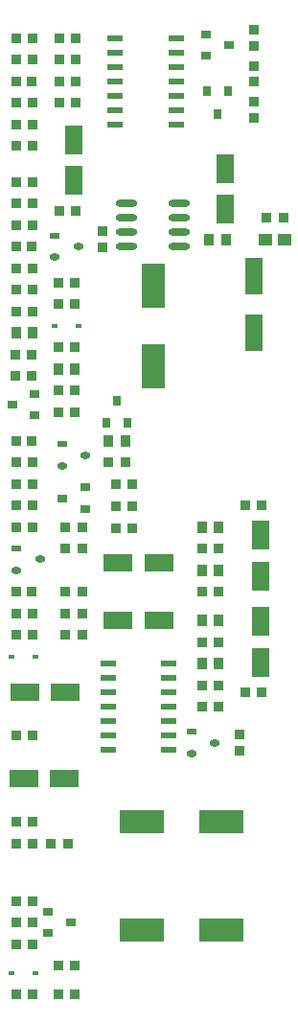
<source format=gtp>
G04*
G04 #@! TF.GenerationSoftware,Altium Limited,Altium Designer,26.1.1 (7)*
G04*
G04 Layer_Color=8421504*
%FSLAX44Y44*%
%MOMM*%
G71*
G04*
G04 #@! TF.SameCoordinates,EB2907C1-7D21-4337-B9BB-DC35DB918FC6*
G04*
G04*
G04 #@! TF.FilePolarity,Positive*
G04*
G01*
G75*
%ADD14R,0.9500X1.0500*%
%ADD15R,0.8500X0.9500*%
%ADD16R,0.9500X0.8500*%
%ADD17R,0.9581X0.9121*%
%ADD18R,0.9041X0.6306*%
G04:AMPARAMS|DCode=19|XSize=0.9041mm|YSize=0.6306mm|CornerRadius=0.3153mm|HoleSize=0mm|Usage=FLASHONLY|Rotation=0.000|XOffset=0mm|YOffset=0mm|HoleType=Round|Shape=RoundedRectangle|*
%AMROUNDEDRECTD19*
21,1,0.9041,0.0000,0,0,0.0*
21,1,0.2735,0.6306,0,0,0.0*
1,1,0.6306,0.1368,0.0000*
1,1,0.6306,-0.1368,0.0000*
1,1,0.6306,-0.1368,0.0000*
1,1,0.6306,0.1368,0.0000*
%
%ADD19ROUNDEDRECTD19*%
%ADD20R,1.6000X2.6000*%
%ADD21R,2.6000X1.6000*%
%ADD22R,0.5900X0.4500*%
%ADD23R,4.0000X2.0000*%
%ADD24R,0.8000X0.9000*%
%ADD25R,0.9000X0.8000*%
%ADD26R,0.9121X0.9581*%
%ADD27R,2.0000X4.0000*%
%ADD28R,1.6000X3.2000*%
%ADD29R,1.1581X1.0121*%
%ADD30R,1.3500X0.6000*%
%ADD31O,1.9000X0.6000*%
D14*
X293000Y323850D02*
D03*
X278500D02*
D03*
X195950Y520700D02*
D03*
X210450D02*
D03*
X128800Y615950D02*
D03*
X114300D02*
D03*
X278500Y406400D02*
D03*
X293000D02*
D03*
X166000Y584200D02*
D03*
X151500D02*
D03*
X293000Y444500D02*
D03*
X278500D02*
D03*
X293000Y361950D02*
D03*
X278500D02*
D03*
X284850Y698500D02*
D03*
X299350D02*
D03*
D15*
X127400Y838200D02*
D03*
X113900D02*
D03*
X127800Y692150D02*
D03*
X114300D02*
D03*
X127800Y387350D02*
D03*
X114300D02*
D03*
X127400Y520700D02*
D03*
X113900D02*
D03*
D16*
X323850Y837800D02*
D03*
Y851300D02*
D03*
D17*
X316580Y298450D02*
D03*
X331120D02*
D03*
X293020Y285750D02*
D03*
X278480D02*
D03*
Y304800D02*
D03*
X293020D02*
D03*
X166940Y819150D02*
D03*
X152400D02*
D03*
X278480Y425450D02*
D03*
X293020D02*
D03*
X128840Y368300D02*
D03*
X114300D02*
D03*
Y711200D02*
D03*
X128840D02*
D03*
X152400Y723900D02*
D03*
X166940D02*
D03*
X128840Y857250D02*
D03*
X114300D02*
D03*
X152400Y838200D02*
D03*
X166940D02*
D03*
X128840Y444500D02*
D03*
X114300D02*
D03*
X166020Y641350D02*
D03*
X151480D02*
D03*
X166020Y660400D02*
D03*
X151480D02*
D03*
X114300Y654050D02*
D03*
X128840D02*
D03*
X114300Y635000D02*
D03*
X128840D02*
D03*
X114300Y800100D02*
D03*
X128840D02*
D03*
X210470Y501650D02*
D03*
X195930D02*
D03*
X114300Y673100D02*
D03*
X128840D02*
D03*
X114300Y876300D02*
D03*
X128840D02*
D03*
X316580Y463550D02*
D03*
X331120D02*
D03*
X166020Y546100D02*
D03*
X151480D02*
D03*
X152400Y876300D02*
D03*
X166940D02*
D03*
X114300Y482600D02*
D03*
X128840D02*
D03*
X152400Y857250D02*
D03*
X166940D02*
D03*
X151480Y565150D02*
D03*
X166020D02*
D03*
X202280Y462839D02*
D03*
X216820D02*
D03*
X127920Y596900D02*
D03*
X113380D02*
D03*
X151480Y603250D02*
D03*
X166020D02*
D03*
X113380Y577850D02*
D03*
X127920D02*
D03*
X128840Y501650D02*
D03*
X114300D02*
D03*
Y730250D02*
D03*
X128840D02*
D03*
X114300Y749300D02*
D03*
X128840D02*
D03*
X114300Y819150D02*
D03*
X128840D02*
D03*
X293020Y387350D02*
D03*
X278480D02*
D03*
Y342900D02*
D03*
X293020D02*
D03*
X157830Y349250D02*
D03*
X172370D02*
D03*
X114300D02*
D03*
X128840D02*
D03*
X157830Y368300D02*
D03*
X172370D02*
D03*
X157830Y387350D02*
D03*
X172370D02*
D03*
Y444500D02*
D03*
X157830D02*
D03*
Y425450D02*
D03*
X172370D02*
D03*
X114300Y260350D02*
D03*
X128840D02*
D03*
Y114300D02*
D03*
X114300D02*
D03*
X166020Y31750D02*
D03*
X151480D02*
D03*
X114300D02*
D03*
X128840D02*
D03*
Y463550D02*
D03*
X114300D02*
D03*
X166020Y57150D02*
D03*
X151480D02*
D03*
X202280Y443789D02*
D03*
X216820D02*
D03*
X202280Y482600D02*
D03*
X216820D02*
D03*
X128840Y76200D02*
D03*
X114300D02*
D03*
X128840Y95250D02*
D03*
X114300D02*
D03*
X128840Y781050D02*
D03*
X114300D02*
D03*
X335630Y717550D02*
D03*
X350170D02*
D03*
X128840Y165100D02*
D03*
X114300D02*
D03*
X145130D02*
D03*
X159670D02*
D03*
X128840Y184150D02*
D03*
X114300D02*
D03*
D18*
X268900Y263500D02*
D03*
X114300Y425450D02*
D03*
X148250Y701650D02*
D03*
X154600Y517500D02*
D03*
D19*
X268900Y244500D02*
D03*
X289900Y254000D02*
D03*
X135300Y415950D02*
D03*
X114300Y406450D02*
D03*
X148250Y682650D02*
D03*
X169250Y692150D02*
D03*
X175600Y508000D02*
D03*
X154600Y498500D02*
D03*
D20*
X330200Y324900D02*
D03*
Y360900D02*
D03*
X165100Y786350D02*
D03*
Y750350D02*
D03*
X298450Y760950D02*
D03*
Y724950D02*
D03*
X330200Y401100D02*
D03*
Y437100D02*
D03*
D21*
X156650Y222250D02*
D03*
X120650D02*
D03*
X204250Y412750D02*
D03*
X240250D02*
D03*
X121700Y298450D02*
D03*
X157700D02*
D03*
X204250Y361950D02*
D03*
X240250D02*
D03*
D22*
X148200Y622300D02*
D03*
X169300D02*
D03*
X110100Y50800D02*
D03*
X131200D02*
D03*
X110100Y330200D02*
D03*
X131200D02*
D03*
D23*
X295850Y184150D02*
D03*
X224850D02*
D03*
X295850Y88900D02*
D03*
X224850D02*
D03*
D24*
X203200Y556100D02*
D03*
X212700Y536100D02*
D03*
X193700D02*
D03*
X301600Y829150D02*
D03*
X282600D02*
D03*
X292100Y809150D02*
D03*
D25*
X282100Y879450D02*
D03*
Y860450D02*
D03*
X302100Y869950D02*
D03*
X110650Y552450D02*
D03*
X130650Y561950D02*
D03*
Y542950D02*
D03*
X155100Y469900D02*
D03*
X175100Y479400D02*
D03*
Y460400D02*
D03*
X142400Y104750D02*
D03*
Y85750D02*
D03*
X162400Y95250D02*
D03*
D26*
X323850Y883570D02*
D03*
Y869030D02*
D03*
Y805530D02*
D03*
Y820070D02*
D03*
X311150Y261270D02*
D03*
Y246730D02*
D03*
X190500Y705770D02*
D03*
Y691230D02*
D03*
D27*
X234950Y657800D02*
D03*
Y586800D02*
D03*
D28*
X323850Y666350D02*
D03*
Y616350D02*
D03*
D29*
X351170Y698500D02*
D03*
X334630D02*
D03*
D30*
X249000Y247650D02*
D03*
Y260350D02*
D03*
Y273050D02*
D03*
Y285750D02*
D03*
Y298450D02*
D03*
Y311150D02*
D03*
Y323850D02*
D03*
X195500D02*
D03*
Y311150D02*
D03*
Y298450D02*
D03*
Y285750D02*
D03*
Y273050D02*
D03*
Y260350D02*
D03*
Y247650D02*
D03*
X255350Y800100D02*
D03*
Y812800D02*
D03*
Y825500D02*
D03*
Y838200D02*
D03*
Y850900D02*
D03*
Y863600D02*
D03*
Y876300D02*
D03*
X201850D02*
D03*
Y863600D02*
D03*
Y850900D02*
D03*
Y838200D02*
D03*
Y825500D02*
D03*
Y812800D02*
D03*
Y800100D02*
D03*
D31*
X258450Y692150D02*
D03*
Y704850D02*
D03*
Y717550D02*
D03*
Y730250D02*
D03*
X211450Y692150D02*
D03*
Y704850D02*
D03*
Y717550D02*
D03*
Y730250D02*
D03*
M02*

</source>
